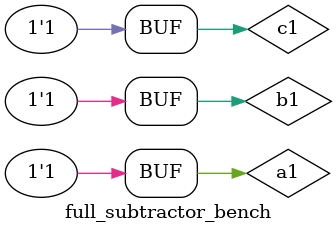
<source format=v>
module full_subtractor_bench();
	reg a1;
	reg b1;
	reg c1;
	wire y1;
	wire x1;
	full_subtractor dUT_1(.a(a1),.b(b1),.c(c1),.y(y1),.x(x1));
	initial
	begin
		a1=1'b0;b1=1'b0;c1=1'b0;
	#100	a1=1'b0;b1=1'b0;c1=1'b1;
	#100	a1=1'b0;b1=1'b1;c1=1'b0;
	#100	a1=1'b0;b1=1'b1;c1=1'b1;
	#100	a1=1'b1;b1=1'b0;c1=1'b0;
	#100	a1=1'b1;b1=1'b0;c1=1'b1;
	#100	a1=1'b1;b1=1'b1;c1=1'b0;
	#100	a1=1'b1;b1=1'b1;c1=1'b1;
	end
endmodule
</source>
